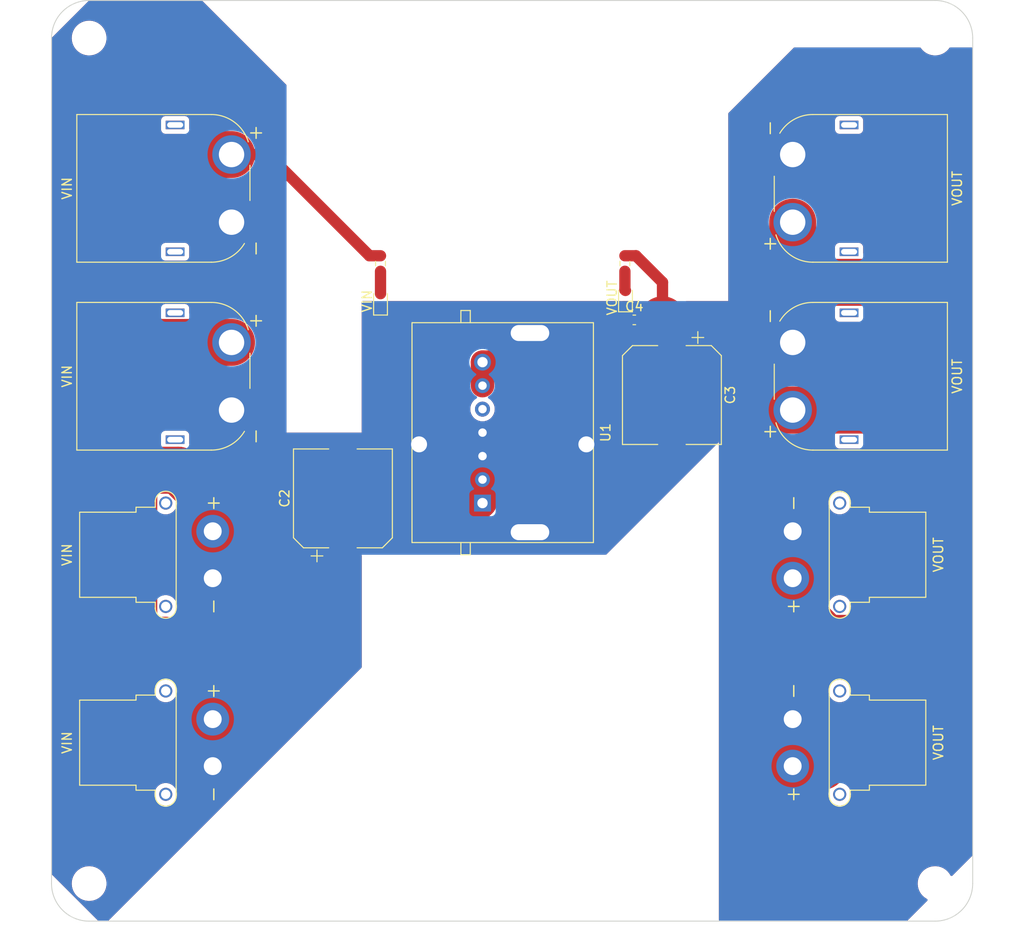
<source format=kicad_pcb>
(kicad_pcb (version 20221018) (generator pcbnew)
  (layers (0 "F.Cu" signal) (31 "B.Cu" signal) (34 "B.Paste" user) (35 "F.Paste" user) (36 "B.SilkS" user "B.Silkscreen") (37 "F.SilkS" user "F.Silkscreen") (38 "B.Mask" user) (39 "F.Mask" user) (44 "Edge.Cuts" user))
  (net 0 "")
  (net 1 "VCC")
  (net 2 "GNDPWR")
  (net 4 "+5V")
  (net 5 "Net-(LED3-A)")
  (net 6 "Net-(LED4-A)")
  (footprint "MountingHole:MountingHole_3.2mm_M3" (layer "F.Cu") (at 82 62)
    (fp_text reference "REF**" hide)
    (fp_text value "MountingHole_3.2mm_M3")
    (pad "" np_thru_hole circle (at 0 0) (size 3.2 3.2) (drill 3.2) (layers "F&B.Cu" "*.Mask"))
  )
  (footprint "LED_SMD:LED_0603_1608Metric" (layer "F.Cu") (at 139.0602 89.655518 90)
    (fp_text reference "VOUT" (at 0 -1.43 90) (layer "F.SilkS"))
    (fp_text value "vcc")
    (fp_line (start -1.485 -0.735) (end -1.485 0.735) (stroke (width 0.12)) (layer "F.SilkS"))
    (fp_line (start -1.485 0.735) (end 0.8 0.735) (stroke (width 0.12)) (layer "F.SilkS"))
    (fp_line (start 0.8 -0.735) (end -1.485 -0.735) (stroke (width 0.12)) (layer "F.SilkS"))
    (pad "1" smd roundrect (at -0.7875 0 90) (size 0.875 0.95) (layers "F.Cu" "F.Paste" "F.Mask") (net 2 "GNDPWR"))
    (pad "2" smd roundrect (at 0.7875 0 90) (size 0.875 0.95) (layers "F.Cu" "F.Paste" "F.Mask") (net 6 "Net-(LED4-A)"))
  )
  (footprint "Connector_AMASS:AMASS_XT30PW-F_1x02_P2.50mm_Horizontal" (layer "F.Cu") (at 95.15 119.5 90)
    (fp_text reference "VIN" (at 2.5 -15.5 90) (layer "F.SilkS"))
    (fp_text value "power")
    (fp_text user "-" (at -3 0 90) (layer "F.SilkS") (effects (font (size 1.5 1.5))))
    (fp_text user "+" (at 8 0 90) (layer "F.SilkS") (effects (font (size 1.5 1.5))))
    (fp_line (start -3.26 -6.11) (end -2.56 -6.11) (stroke (width 0.12)) (layer "F.SilkS"))
    (fp_line (start -3.26 -3.89) (end 8.26 -3.89) (stroke (width 0.12)) (layer "F.SilkS"))
    (fp_line (start -2.56 -8.16) (end -2.56 -6.11) (stroke (width 0.12)) (layer "F.SilkS"))
    (fp_line (start -2.56 -8.16) (end -2.03 -8.16) (stroke (width 0.12)) (layer "F.SilkS"))
    (fp_line (start -2.03 -14.16) (end -2.03 -8.16) (stroke (width 0.12)) (layer "F.SilkS"))
    (fp_line (start -2.03 -14.16) (end 7 -14.16) (stroke (width 0.12)) (layer "F.SilkS"))
    (fp_line (start 7.03 -14.16) (end 7.03 -8.16) (stroke (width 0.12)) (layer "F.SilkS"))
    (fp_line (start 7.03 -8.16) (end 7.56 -8.16) (stroke (width 0.12)) (layer "F.SilkS"))
    (fp_line (start 7.56 -8.16) (end 7.56 -6.11) (stroke (width 0.12)) (layer "F.SilkS"))
    (fp_line (start 7.56 -6.11) (end 8.26 -6.11) (stroke (width 0.12)) (layer "F.SilkS"))
    (fp_arc (start -3.321729 -3.903365) (mid -4.256653 -5.086124) (end -3.15 -6.11) (stroke (width 0.12)) (layer "F.SilkS"))
    (fp_arc (start 8.15 -6.11) (mid 9.26 -5) (end 8.15 -3.89) (stroke (width 0.12)) (layer "F.SilkS"))
    (pad "" thru_hole circle (at -3 -5 180) (size 1.4 1.4) (drill 1) (layers "*.Cu" "*.Mask"))
    (pad "" thru_hole circle (at 8 -5 90) (size 1.4 1.4) (drill 1) (layers "*.Cu" "*.Mask"))
    (pad "1" thru_hole rect (at 0 0 90) (size 3.5 3.5) (drill 1.9) (layers "*.Cu" "*.Mask") (net 2 "GNDPWR"))
    (pad "2" thru_hole circle (at 5 0 90) (size 3.5 3.5) (drill 1.9) (layers "*.Cu" "*.Mask") (net 1 "VCC"))
  )
  (footprint "Resistor_SMD:R_0603_1608Metric" (layer "F.Cu") (at 139 86 90)
    (fp_text reference "R4" hide)
    (fp_text value "4.7k")
    (fp_line (start -0.237258 -0.5225) (end 0.237258 -0.5225) (stroke (width 0.12)) (layer "F.SilkS"))
    (fp_line (start -0.237258 0.5225) (end 0.237258 0.5225) (stroke (width 0.12)) (layer "F.SilkS"))
    (pad "1" smd roundrect (at -0.825 0 90) (size 0.8 0.95) (layers "F.Cu" "F.Paste" "F.Mask") (net 6 "Net-(LED4-A)"))
    (pad "2" smd roundrect (at 0.825 0 90) (size 0.8 0.95) (layers "F.Cu" "F.Paste" "F.Mask") (net 4 "+5V"))
  )
  (footprint "Connector_AMASS:AMASS_XT30PW-F_1x02_P2.50mm_Horizontal" (layer "F.Cu") (at 156.85 134.5 -90)
    (fp_text reference "VOUT" (at 2.5 -15.5 90) (layer "F.SilkS"))
    (fp_text value "power")
    (fp_text user "-" (at -3 0 90) (layer "F.SilkS") (effects (font (size 1.5 1.5))))
    (fp_text user "+" (at 8 0 90) (layer "F.SilkS") (effects (font (size 1.5 1.5))))
    (fp_line (start -3.26 -6.11) (end -2.56 -6.11) (stroke (width 0.12)) (layer "F.SilkS"))
    (fp_line (start -3.26 -3.89) (end 8.26 -3.89) (stroke (width 0.12)) (layer "F.SilkS"))
    (fp_line (start -2.56 -8.16) (end -2.56 -6.11) (stroke (width 0.12)) (layer "F.SilkS"))
    (fp_line (start -2.56 -8.16) (end -2.03 -8.16) (stroke (width 0.12)) (layer "F.SilkS"))
    (fp_line (start -2.03 -14.16) (end -2.03 -8.16) (stroke (width 0.12)) (layer "F.SilkS"))
    (fp_line (start -2.03 -14.16) (end 7 -14.16) (stroke (width 0.12)) (layer "F.SilkS"))
    (fp_line (start 7.03 -14.16) (end 7.03 -8.16) (stroke (width 0.12)) (layer "F.SilkS"))
    (fp_line (start 7.03 -8.16) (end 7.56 -8.16) (stroke (width 0.12)) (layer "F.SilkS"))
    (fp_line (start 7.56 -8.16) (end 7.56 -6.11) (stroke (width 0.12)) (layer "F.SilkS"))
    (fp_line (start 7.56 -6.11) (end 8.26 -6.11) (stroke (width 0.12)) (layer "F.SilkS"))
    (fp_arc (start -3.321729 -3.903365) (mid -4.256653 -5.086124) (end -3.15 -6.11) (stroke (width 0.12)) (layer "F.SilkS"))
    (fp_arc (start 8.15 -6.11) (mid 9.26 -5) (end 8.15 -3.89) (stroke (width 0.12)) (layer "F.SilkS"))
    (pad "" thru_hole circle (at -3 -5) (size 1.4 1.4) (drill 1) (layers "*.Cu" "*.Mask"))
    (pad "" thru_hole circle (at 8 -5 270) (size 1.4 1.4) (drill 1) (layers "*.Cu" "*.Mask"))
    (pad "1" thru_hole rect (at 0 0 270) (size 3.5 3.5) (drill 1.9) (layers "*.Cu" "*.Mask") (net 2 "GNDPWR"))
    (pad "2" thru_hole circle (at 5 0 270) (size 3.5 3.5) (drill 1.9) (layers "*.Cu" "*.Mask") (net 4 "+5V"))
  )
  (footprint "Connector_AMASS:AMASS_XT60PW-M_1x02_P7.20mm_Horizontal" (layer "F.Cu") (at 156.85 94.4 -90)
    (fp_text reference "VOUT" (at 3.6 -17.5 90) (layer "F.SilkS"))
    (fp_text value "power")
    (fp_text user "+" (at 9.5 2.5 90) (layer "F.SilkS") (effects (font (size 1.5 1.5))))
    (fp_text user "-" (at -2.8 2.5 90) (layer "F.SilkS") (effects (font (size 1.5 1.5))))
    (fp_line (start -4.26 -16.46) (end -4.26 -2.15) (stroke (width 0.12)) (layer "F.SilkS"))
    (fp_line (start -4.26 -16.46) (end 11.46 -16.46) (stroke (width 0.12)) (layer "F.SilkS"))
    (fp_line (start 2.31 1.96) (end 6.05 1.96) (stroke (width 0.12)) (layer "F.SilkS"))
    (fp_line (start 11.46 -16.46) (end 11.46 -2.15) (stroke (width 0.12)) (layer "F.SilkS"))
    (fp_arc (start -2.266806 1.372958) (mid -3.727162 -0.126139) (end -4.26 -2.15) (stroke (width 0.12)) (layer "F.SilkS"))
    (fp_arc (start 11.46 -2.15) (mid 10.653852 0.294722) (end 8.551648 1.780413) (stroke (width 0.12)) (layer "F.SilkS"))
    (pad "" thru_hole rect (at -3.15 -6 270) (size 0.9 2) (drill oval 0.6 1.7) (layers "*.Cu" "*.Mask"))
    (pad "" thru_hole rect (at 10.35 -6 270) (size 0.9 2) (drill oval 0.6 1.7) (layers "*.Cu" "*.Mask"))
    (pad "1" thru_hole roundrect (at 0 0 270) (size 4.1 4.1) (drill 2.7) (layers "*.Cu" "*.Mask") (net 2 "GNDPWR"))
    (pad "2" thru_hole circle (at 7.2 0 270) (size 4.1 4.1) (drill 2.7) (layers "*.Cu" "*.Mask") (net 4 "+5V"))
  )
  (footprint "Connector_AMASS:AMASS_XT60PW-M_1x02_P7.20mm_Horizontal" (layer "F.Cu") (at 97.15 101.6 90)
    (fp_text reference "VIN" (at 3.6 -17.5 90) (layer "F.SilkS"))
    (fp_text value "power")
    (fp_text user "+" (at 9.5 2.5 90) (layer "F.SilkS") (effects (font (size 1.5 1.5))))
    (fp_text user "-" (at -2.8 2.5 90) (layer "F.SilkS") (effects (font (size 1.5 1.5))))
    (fp_line (start -4.26 -16.46) (end -4.26 -2.15) (stroke (width 0.12)) (layer "F.SilkS"))
    (fp_line (start -4.26 -16.46) (end 11.46 -16.46) (stroke (width 0.12)) (layer "F.SilkS"))
    (fp_line (start 2.31 1.96) (end 6.05 1.96) (stroke (width 0.12)) (layer "F.SilkS"))
    (fp_line (start 11.46 -16.46) (end 11.46 -2.15) (stroke (width 0.12)) (layer "F.SilkS"))
    (fp_arc (start -2.266806 1.372958) (mid -3.727162 -0.126139) (end -4.26 -2.15) (stroke (width 0.12)) (layer "F.SilkS"))
    (fp_arc (start 11.46 -2.15) (mid 10.653852 0.294722) (end 8.551648 1.780413) (stroke (width 0.12)) (layer "F.SilkS"))
    (pad "" thru_hole rect (at -3.15 -6 90) (size 0.9 2) (drill oval 0.6 1.7) (layers "*.Cu" "*.Mask"))
    (pad "" thru_hole rect (at 10.35 -6 90) (size 0.9 2) (drill oval 0.6 1.7) (layers "*.Cu" "*.Mask"))
    (pad "1" thru_hole roundrect (at 0 0 90) (size 4.1 4.1) (drill 2.7) (layers "*.Cu" "*.Mask") (net 2 "GNDPWR"))
    (pad "2" thru_hole circle (at 7.2 0 90) (size 4.1 4.1) (drill 2.7) (layers "*.Cu" "*.Mask") (net 1 "VCC"))
  )
  (footprint "Resistor_SMD:R_0603_1608Metric" (layer "F.Cu") (at 113 86 90)
    (fp_text reference "R3" hide)
    (fp_text value "4.7k")
    (fp_line (start -0.237258 -0.5225) (end 0.237258 -0.5225) (stroke (width 0.12)) (layer "F.SilkS"))
    (fp_line (start -0.237258 0.5225) (end 0.237258 0.5225) (stroke (width 0.12)) (layer "F.SilkS"))
    (pad "1" smd roundrect (at -0.825 0 90) (size 0.8 0.95) (layers "F.Cu" "F.Paste" "F.Mask") (net 5 "Net-(LED3-A)"))
    (pad "2" smd roundrect (at 0.825 0 90) (size 0.8 0.95) (layers "F.Cu" "F.Paste" "F.Mask") (net 1 "VCC"))
  )
  (footprint "LED_SMD:LED_0603_1608Metric" (layer "F.Cu") (at 113 90 90)
    (fp_text reference "VIN" (at 0 -1.43 90) (layer "F.SilkS"))
    (fp_text value "vcc")
    (fp_line (start -1.485 -0.735) (end -1.485 0.735) (stroke (width 0.12)) (layer "F.SilkS"))
    (fp_line (start -1.485 0.735) (end 0.8 0.735) (stroke (width 0.12)) (layer "F.SilkS"))
    (fp_line (start 0.8 -0.735) (end -1.485 -0.735) (stroke (width 0.12)) (layer "F.SilkS"))
    (pad "1" smd roundrect (at -0.7875 0 90) (size 0.875 0.95) (layers "F.Cu" "F.Paste" "F.Mask") (net 2 "GNDPWR"))
    (pad "2" smd roundrect (at 0.7875 0 90) (size 0.875 0.95) (layers "F.Cu" "F.Paste" "F.Mask") (net 5 "Net-(LED3-A)"))
  )
  (footprint "Capacitor_SMD:CP_Elec_10x10" (layer "F.Cu") (at 109 111 90)
    (fp_text reference "C2" (at 0 -6.2 90) (layer "F.SilkS"))
    (fp_text value "330μf")
    (fp_line (start -6.75 -2.76) (end -5.5 -2.76) (stroke (width 0.12)) (layer "F.SilkS"))
    (fp_line (start -6.125 -3.385) (end -6.125 -2.135) (stroke (width 0.12)) (layer "F.SilkS"))
    (fp_line (start -5.26 -4.195563) (end -5.26 -1.51) (stroke (width 0.12)) (layer "F.SilkS"))
    (fp_line (start -5.26 -4.195563) (end -4.195563 -5.26) (stroke (width 0.12)) (layer "F.SilkS"))
    (fp_line (start -5.26 4.195563) (end -5.26 1.51) (stroke (width 0.12)) (layer "F.SilkS"))
    (fp_line (start -5.26 4.195563) (end -4.195563 5.26) (stroke (width 0.12)) (layer "F.SilkS"))
    (fp_line (start -4.195563 -5.26) (end 5.26 -5.26) (stroke (width 0.12)) (layer "F.SilkS"))
    (fp_line (start -4.195563 5.26) (end 5.26 5.26) (stroke (width 0.12)) (layer "F.SilkS"))
    (fp_line (start 5.26 -5.26) (end 5.26 -1.51) (stroke (width 0.12)) (layer "F.SilkS"))
    (fp_line (start 5.26 5.26) (end 5.26 1.51) (stroke (width 0.12)) (layer "F.SilkS"))
    (pad "1" smd roundrect (at -4 0 90) (size 4 2.5) (layers "F.Cu" "F.Paste" "F.Mask") (roundrect_rratio 0.1) (net 1 "VCC"))
    (pad "2" smd roundrect (at 4 0 90) (size 4 2.5) (layers "F.Cu" "F.Paste" "F.Mask") (roundrect_rratio 0.1) (net 2 "GNDPWR"))
  )
  (footprint "MountingHole:MountingHole_3.2mm_M3" (layer "F.Cu") (at 82 152)
    (fp_text reference "REF**" hide)
    (fp_text value "MountingHole_3.2mm_M3")
    (pad "" np_thru_hole circle (at 0 0) (size 3.2 3.2) (drill 3.2) (layers "F&B.Cu" "*.Mask"))
  )
  (footprint "Connector_AMASS:AMASS_XT30PW-F_1x02_P2.50mm_Horizontal" (layer "F.Cu") (at 95.15 139.5 90)
    (fp_text reference "VIN" (at 2.5 -15.5 90) (layer "F.SilkS"))
    (fp_text value "power")
    (fp_text user "+" (at 8 0 90) (layer "F.SilkS") (effects (font (size 1.5 1.5))))
    (fp_text user "-" (at -3 0 90) (layer "F.SilkS") (effects (font (size 1.5 1.5))))
    (fp_line (start -3.26 -6.11) (end -2.56 -6.11) (stroke (width 0.12)) (layer "F.SilkS"))
    (fp_line (start -3.26 -3.89) (end 8.26 -3.89) (stroke (width 0.12)) (layer "F.SilkS"))
    (fp_line (start -2.56 -8.16) (end -2.56 -6.11) (stroke (width 0.12)) (layer "F.SilkS"))
    (fp_line (start -2.56 -8.16) (end -2.03 -8.16) (stroke (width 0.12)) (layer "F.SilkS"))
    (fp_line (start -2.03 -14.16) (end -2.03 -8.16) (stroke (width 0.12)) (layer "F.SilkS"))
    (fp_line (start -2.03 -14.16) (end 7 -14.16) (stroke (width 0.12)) (layer "F.SilkS"))
    (fp_line (start 7.03 -14.16) (end 7.03 -8.16) (stroke (width 0.12)) (layer "F.SilkS"))
    (fp_line (start 7.03 -8.16) (end 7.56 -8.16) (stroke (width 0.12)) (layer "F.SilkS"))
    (fp_line (start 7.56 -8.16) (end 7.56 -6.11) (stroke (width 0.12)) (layer "F.SilkS"))
    (fp_line (start 7.56 -6.11) (end 8.26 -6.11) (stroke (width 0.12)) (layer "F.SilkS"))
    (fp_arc (start -3.321729 -3.903365) (mid -4.256653 -5.086124) (end -3.15 -6.11) (stroke (width 0.12)) (layer "F.SilkS"))
    (fp_arc (start 8.15 -6.11) (mid 9.26 -5) (end 8.15 -3.89) (stroke (width 0.12)) (layer "F.SilkS"))
    (pad "" thru_hole circle (at -3 -5 180) (size 1.4 1.4) (drill 1) (layers "*.Cu" "*.Mask"))
    (pad "" thru_hole circle (at 8 -5 90) (size 1.4 1.4) (drill 1) (layers "*.Cu" "*.Mask"))
    (pad "1" thru_hole rect (at 0 0 90) (size 3.5 3.5) (drill 1.9) (layers "*.Cu" "*.Mask") (net 2 "GNDPWR"))
    (pad "2" thru_hole circle (at 5 0 90) (size 3.5 3.5) (drill 1.9) (layers "*.Cu" "*.Mask") (net 1 "VCC"))
  )
  (footprint "Capacitor_SMD:C_0603_1608Metric" (layer "F.Cu") (at 140 92)
    (fp_text reference "C4" (at 0 -1.43) (layer "F.SilkS"))
    (fp_text value "0.1uF")
    (fp_line (start -0.14058 -0.51) (end 0.14058 -0.51) (stroke (width 0.12)) (layer "F.SilkS"))
    (fp_line (start -0.14058 0.51) (end 0.14058 0.51) (stroke (width 0.12)) (layer "F.SilkS"))
    (pad "1" smd roundrect (at -0.775 0) (size 0.9 0.95) (layers "F.Cu" "F.Paste" "F.Mask") (net 2 "GNDPWR"))
    (pad "2" smd roundrect (at 0.775 0) (size 0.9 0.95) (layers "F.Cu" "F.Paste" "F.Mask") (net 4 "+5V"))
  )
  (footprint "MountingHole:MountingHole_3.2mm_M3" (layer "F.Cu") (at 172 152)
    (fp_text reference "REF**" hide)
    (fp_text value "MountingHole_3.2mm_M3")
    (pad "" np_thru_hole circle (at 0 0) (size 3.2 3.2) (drill 3.2) (layers "F&B.Cu" "*.Mask"))
  )
  (footprint "MountingHole:MountingHole_3.2mm_M3" (layer "F.Cu") (at 172 62)
    (fp_text reference "REF**" hide)
    (fp_text value "MountingHole_3.2mm_M3")
    (pad "" np_thru_hole circle (at 0 0) (size 3.2 3.2) (drill 3.2) (layers "F&B.Cu" "*.Mask"))
  )
  (footprint "Connector_AMASS:AMASS_XT30PW-F_1x02_P2.50mm_Horizontal" (layer "F.Cu") (at 156.85 114.5 -90)
    (fp_text reference "VOUT" (at 2.5 -15.5 90) (layer "F.SilkS"))
    (fp_text value "power")
    (fp_text user "-" (at -3 0 90) (layer "F.SilkS") (effects (font (size 1.5 1.5))))
    (fp_text user "+" (at 8 0 90) (layer "F.SilkS") (effects (font (size 1.5 1.5))))
    (fp_line (start -3.26 -6.11) (end -2.56 -6.11) (stroke (width 0.12)) (layer "F.SilkS"))
    (fp_line (start -3.26 -3.89) (end 8.26 -3.89) (stroke (width 0.12)) (layer "F.SilkS"))
    (fp_line (start -2.56 -8.16) (end -2.56 -6.11) (stroke (width 0.12)) (layer "F.SilkS"))
    (fp_line (start -2.56 -8.16) (end -2.03 -8.16) (stroke (width 0.12)) (layer "F.SilkS"))
    (fp_line (start -2.03 -14.16) (end -2.03 -8.16) (stroke (width 0.12)) (layer "F.SilkS"))
    (fp_line (start -2.03 -14.16) (end 7 -14.16) (stroke (width 0.12)) (layer "F.SilkS"))
    (fp_line (start 7.03 -14.16) (end 7.03 -8.16) (stroke (width 0.12)) (layer "F.SilkS"))
    (fp_line (start 7.03 -8.16) (end 7.56 -8.16) (stroke (width 0.12)) (layer "F.SilkS"))
    (fp_line (start 7.56 -8.16) (end 7.56 -6.11) (stroke (width 0.12)) (layer "F.SilkS"))
    (fp_line (start 7.56 -6.11) (end 8.26 -6.11) (stroke (width 0.12)) (layer "F.SilkS"))
    (fp_arc (start -3.321729 -3.903365) (mid -4.256653 -5.086124) (end -3.15 -6.11) (stroke (width 0.12)) (layer "F.SilkS"))
    (fp_arc (start 8.15 -6.11) (mid 9.26 -5) (end 8.15 -3.89) (stroke (width 0.12)) (layer "F.SilkS"))
    (pad "" thru_hole circle (at -3 -5) (size 1.4 1.4) (drill 1) (layers "*.Cu" "*.Mask"))
    (pad "" thru_hole circle (at 8 -5 270) (size 1.4 1.4) (drill 1) (layers "*.Cu" "*.Mask"))
    (pad "1" thru_hole rect (at 0 0 270) (size 3.5 3.5) (drill 1.9) (layers "*.Cu" "*.Mask") (net 2 "GNDPWR"))
    (pad "2" thru_hole circle (at 5 0 270) (size 3.5 3.5) (drill 1.9) (layers "*.Cu" "*.Mask") (net 4 "+5V"))
  )
  (footprint "Connector_AMASS:AMASS_XT60PW-M_1x02_P7.20mm_Horizontal" (layer "F.Cu") (at 156.85 74.4 -90)
    (fp_text reference "VOUT" (at 3.6 -17.5 90) (layer "F.SilkS"))
    (fp_text value "power")
    (fp_text user "-" (at -2.8 2.5 90) (layer "F.SilkS") (effects (font (size 1.5 1.5))))
    (fp_text user "+" (at 9.5 2.5 90) (layer "F.SilkS") (effects (font (size 1.5 1.5))))
    (fp_line (start -4.26 -16.46) (end -4.26 -2.15) (stroke (width 0.12)) (layer "F.SilkS"))
    (fp_line (start -4.26 -16.46) (end 11.46 -16.46) (stroke (width 0.12)) (layer "F.SilkS"))
    (fp_line (start 2.31 1.96) (end 6.05 1.96) (stroke (width 0.12)) (layer "F.SilkS"))
    (fp_line (start 11.46 -16.46) (end 11.46 -2.15) (stroke (width 0.12)) (layer "F.SilkS"))
    (fp_arc (start -2.266806 1.372958) (mid -3.727162 -0.126139) (end -4.26 -2.15) (stroke (width 0.12)) (layer "F.SilkS"))
    (fp_arc (start 11.46 -2.15) (mid 10.653852 0.294722) (end 8.551648 1.780413) (stroke (width 0.12)) (layer "F.SilkS"))
    (pad "" thru_hole rect (at -3.15 -6 270) (size 0.9 2) (drill oval 0.6 1.7) (layers "*.Cu" "*.Mask"))
    (pad "" thru_hole rect (at 10.35 -6 270) (size 0.9 2) (drill oval 0.6 1.7) (layers "*.Cu" "*.Mask"))
    (pad "1" thru_hole roundrect (at 0 0 270) (size 4.1 4.1) (drill 2.7) (layers "*.Cu" "*.Mask") (net 2 "GNDPWR"))
    (pad "2" thru_hole circle (at 7.2 0 270) (size 4.1 4.1) (drill 2.7) (layers "*.Cu" "*.Mask") (net 4 "+5V"))
  )
  (footprint "Capacitor_SMD:CP_Elec_10x10" (layer "F.Cu") (at 144 100 -90)
    (fp_text reference "C3" (at 0 -6.2 90) (layer "F.SilkS"))
    (fp_text value "330μf")
    (fp_line (start -6.75 -2.76) (end -5.5 -2.76) (stroke (width 0.12)) (layer "F.SilkS"))
    (fp_line (start -6.125 -3.385) (end -6.125 -2.135) (stroke (width 0.12)) (layer "F.SilkS"))
    (fp_line (start -5.26 -4.195563) (end -5.26 -1.51) (stroke (width 0.12)) (layer "F.SilkS"))
    (fp_line (start -5.26 -4.195563) (end -4.195563 -5.26) (stroke (width 0.12)) (layer "F.SilkS"))
    (fp_line (start -5.26 4.195563) (end -5.26 1.51) (stroke (width 0.12)) (layer "F.SilkS"))
    (fp_line (start -5.26 4.195563) (end -4.195563 5.26) (stroke (width 0.12)) (layer "F.SilkS"))
    (fp_line (start -4.195563 -5.26) (end 5.26 -5.26) (stroke (width 0.12)) (layer "F.SilkS"))
    (fp_line (start -4.195563 5.26) (end 5.26 5.26) (stroke (width 0.12)) (layer "F.SilkS"))
    (fp_line (start 5.26 -5.26) (end 5.26 -1.51) (stroke (width 0.12)) (layer "F.SilkS"))
    (fp_line (start 5.26 5.26) (end 5.26 1.51) (stroke (width 0.12)) (layer "F.SilkS"))
    (pad "1" smd roundrect (at -4 0 270) (size 4 2.5) (layers "F.Cu" "F.Paste" "F.Mask") (roundrect_rratio 0.1) (net 4 "+5V"))
    (pad "2" smd roundrect (at 4 0 270) (size 4 2.5) (layers "F.Cu" "F.Paste" "F.Mask") (roundrect_rratio 0.1) (net 2 "GNDPWR"))
  )
  (footprint "Connector_AMASS:AMASS_XT60PW-M_1x02_P7.20mm_Horizontal" (layer "F.Cu") (at 97.15 81.6 90)
    (fp_text reference "VIN" (at 3.6 -17.5 90) (layer "F.SilkS"))
    (fp_text value "power")
    (fp_text user "+" (at 9.5 2.5 90) (layer "F.SilkS") (effects (font (size 1.5 1.5))))
    (fp_text user "-" (at -2.8 2.5 90) (layer "F.SilkS") (effects (font (size 1.5 1.5))))
    (fp_line (start -4.26 -16.46) (end -4.26 -2.15) (stroke (width 0.12)) (layer "F.SilkS"))
    (fp_line (start -4.26 -16.46) (end 11.46 -16.46) (stroke (width 0.12)) (layer "F.SilkS"))
    (fp_line (start 2.31 1.96) (end 6.05 1.96) (stroke (width 0.12)) (layer "F.SilkS"))
    (fp_line (start 11.46 -16.46) (end 11.46 -2.15) (stroke (width 0.12)) (layer "F.SilkS"))
    (fp_arc (start -2.266806 1.372958) (mid -3.727162 -0.126139) (end -4.26 -2.15) (stroke (width 0.12)) (layer "F.SilkS"))
    (fp_arc (start 11.46 -2.15) (mid 10.653852 0.294722) (end 8.551648 1.780413) (stroke (width 0.12)) (layer "F.SilkS"))
    (pad "" thru_hole rect (at -3.15 -6 90) (size 0.9 2) (drill oval 0.6 1.7) (layers "*.Cu" "*.Mask"))
    (pad "" thru_hole rect (at 10.35 -6 90) (size 0.9 2) (drill oval 0.6 1.7) (layers "*.Cu" "*.Mask"))
    (pad "1" thru_hole roundrect (at 0 0 90) (size 4.1 4.1) (drill 2.7) (layers "*.Cu" "*.Mask") (net 2 "GNDPWR"))
    (pad "2" thru_hole circle (at 7.2 0 90) (size 4.1 4.1) (drill 2.7) (layers "*.Cu" "*.Mask") (net 1 "VCC"))
  )
  (footprint "thistunalib_Converter_DCDC:Converter_DCDC_muRata_MPD7K020S_THT" (layer "F.Cu") (at 123.85 104 90)
    (fp_text reference "U1" (at 0 13.1 90) (layer "F.SilkS"))
    (fp_text value "MPD7K020S")
    (fp_line (start -13 -2.3) (end -13 -1.3) (stroke (width 0.12)) (layer "F.SilkS"))
    (fp_line (start -13 -1.3) (end -11.7 -1.3) (stroke (width 0.12)) (layer "F.SilkS"))
    (fp_line (start -11.7 -7.5) (end -11.7 11.8) (stroke (width 0.12)) (layer "F.SilkS"))
    (fp_line (start -11.7 -7.5) (end 11.7 -7.5) (stroke (width 0.12)) (layer "F.SilkS"))
    (fp_line (start -11.7 -2.3) (end -13 -2.3) (stroke (width 0.12)) (layer "F.SilkS"))
    (fp_line (start -11.7 11.8) (end 11.7 11.8) (stroke (width 0.12)) (layer "F.SilkS"))
    (fp_line (start 11.7 -7.5) (end 11.7 11.8) (stroke (width 0.12)) (layer "F.SilkS"))
    (fp_line (start 11.7 -2.3) (end 13 -2.3) (stroke (width 0.12)) (layer "F.SilkS"))
    (fp_line (start 11.7 -1.3) (end 13 -1.3) (stroke (width 0.12)) (layer "F.SilkS"))
    (fp_line (start 13 -2.3) (end 13 -1.3) (stroke (width 0.12)) (layer "F.SilkS"))
    (pad "1" thru_hole rect (at -7.5 0 90) (size 1.8 1.8) (drill 1.1) (layers "*.Cu" "*.Mask") (net 1 "VCC"))
    (pad "2" thru_hole circle (at -5 0 90) (size 1.6 1.6) (drill 0.9) (layers "*.Cu" "*.Mask") (net 1 "VCC"))
    (pad "3" thru_hole circle (at -2.5 0 90) (size 1.6 1.6) (drill 0.9) (layers "*.Cu" "*.Mask") (net 2 "GNDPWR"))
    (pad "4" thru_hole circle (at 0 0 90) (size 1.6 1.6) (drill 0.9) (layers "*.Cu" "*.Mask") (net 2 "GNDPWR"))
    (pad "5" thru_hole circle (at 2.5 0 90) (size 1.6 1.6) (drill 0.9) (layers "*.Cu" "*.Mask"))
    (pad "6" thru_hole circle (at 5 0 90) (size 1.6 1.6) (drill 0.9) (layers "*.Cu" "*.Mask") (net 4 "+5V"))
    (pad "7" thru_hole circle (at 7.5 0 90) (size 1.8 1.8) (drill 1.1) (layers "*.Cu" "*.Mask") (net 4 "+5V"))
    (pad "8" thru_hole rect (at -10.6 5.05 90) (size 2 8) (drill oval 1.7 4.1) (layers "*.Cu" "*.Mask") (net 2 "GNDPWR"))
    (pad "8" thru_hole rect (at -1.25 -6.75 90) (size 7 2) (drill 1.7) (layers "*.Cu" "*.Mask") (net 2 "GNDPWR"))
    (pad "8" thru_hole rect (at -1.25 11.05 90) (size 7 2) (drill 1.7) (layers "*.Cu" "*.Mask") (net 2 "GNDPWR"))
    (pad "8" thru_hole rect (at 10.6 5.05 90) (size 2 8) (drill oval 1.7 4.1) (layers "*.Cu" "*.Mask") (net 2 "GNDPWR"))
  )
  (gr_line (start 82 156) (end 172 156) (stroke (width 0.1)) (layer "Edge.Cuts"))
  (gr_line (start 176 152) (end 176 62) (stroke (width 0.1)) (layer "Edge.Cuts"))
  (gr_arc (start 176 152) (mid 174.828427 154.828427) (end 172 156) (stroke (width 0.1)) (layer "Edge.Cuts"))
  (gr_arc (start 172 58) (mid 174.828427 59.171573) (end 176 62) (stroke (width 0.1)) (layer "Edge.Cuts"))
  (gr_arc (start 82 156) (mid 79.171573 154.828427) (end 78 152) (stroke (width 0.1)) (layer "Edge.Cuts"))
  (gr_arc (start 78 62) (mid 79.171573 59.171573) (end 82 58) (stroke (width 0.1)) (layer "Edge.Cuts"))
  (gr_line (start 78 62) (end 78 152) (stroke (width 0.1)) (layer "Edge.Cuts"))
  (gr_line (start 172 58) (end 82 58) (stroke (width 0.1)) (layer "Edge.Cuts"))
  (segment (start 113 85.175) (end 111.825 85.175) (width 1.2) (layer "F.Cu") (net 1))
  (segment (start 123.85 109) (end 123.85 111.5) (width 3) (layer "F.Cu") (net 1))
  (segment (start 95.15 111.691673) (end 91.458327 108) (width 5) (layer "F.Cu") (net 1))
  (segment (start 101.05 74.4) (end 97.15 74.4) (width 1.2) (layer "F.Cu") (net 1))
  (segment (start 86.75 94) (end 86.75 108) (width 5) (layer "F.Cu") (net 1))
  (segment (start 91.458327 108) (end 86.75 108) (width 5) (layer "F.Cu") (net 1))
  (segment (start 97.15 94.4) (end 87.15 94.4) (width 5) (layer "F.Cu") (net 1))
  (segment (start 120.35 115) (end 123.85 111.5) (width 3) (layer "F.Cu") (net 1))
  (segment (start 86.75 81.900863) (end 86.75 94) (width 5) (layer "F.Cu") (net 1))
  (segment (start 109 115) (end 95.65 115) (width 3) (layer "F.Cu") (net 1))
  (segment (start 97.15 74.4) (end 94.250863 74.4) (width 5) (layer "F.Cu") (net 1))
  (segment (start 86.75 126.108327) (end 90.108327 126.108327) (width 5) (layer "F.Cu") (net 1))
  (segment (start 95.15 131.15) (end 95.15 134.5) (width 5) (layer "F.Cu") (net 1))
  (segment (start 95.65 115) (end 95.15 114.5) (width 3) (layer "F.Cu") (net 1))
  (segment (start 95.15 114.5) (end 95.15 111.691673) (width 5) (layer "F.Cu") (net 1))
  (segment (start 94.250863 74.4) (end 86.75 81.900863) (width 5) (layer "F.Cu") (net 1))
  (segment (start 90.108327 126.108327) (end 95.15 131.15) (width 5) (layer "F.Cu") (net 1))
  (segment (start 86.75 108) (end 86.75 126.108327) (width 5) (layer "F.Cu") (net 1))
  (segment (start 111.825 85.175) (end 101.05 74.4) (width 1.2) (layer "F.Cu") (net 1))
  (segment (start 87.15 94.4) (end 86.75 94) (width 5) (layer "F.Cu") (net 1))
  (segment (start 109 115) (end 120.35 115) (width 3) (layer "F.Cu") (net 1))
  (segment (start 156.85 85.6) (end 159.25 88) (width 5) (layer "F.Cu") (net 4))
  (segment (start 167 101) (end 167 125) (width 5) (layer "F.Cu") (net 4))
  (segment (start 166.1 125.9) (end 167 125) (width 5) (layer "F.Cu") (net 4))
  (segment (start 143 95) (end 143 92) (width 5) (layer "F.Cu") (net 4))
  (segment (start 152.6 101.6) (end 156.85 101.6) (width 5) (layer "F.Cu") (net 4))
  (segment (start 143 92) (end 152.6 101.6) (width 5) (layer "F.Cu") (net 4))
  (segment (start 143.5 96.5) (end 144 96) (width 2.5) (layer "F.Cu") (net 4))
  (segment (start 140.175 85.175) (end 143 88) (width 1.2) (layer "F.Cu") (net 4))
  (segment (start 156.85 101.6) (end 166.4 101.6) (width 5) (layer "F.Cu") (net 4))
  (segment (start 123.85 96.5) (end 123.85 99) (width 2.5) (layer "F.Cu") (net 4))
  (segment (start 159.25 88) (end 166.45 88) (width 5) (layer "F.Cu") (net 4))
  (segment (start 160.041673 139.5) (end 156.85 139.5) (width 5) (layer "F.Cu") (net 4))
  (segment (start 156.85 81.6) (end 156.85 85.6) (width 5) (layer "F.Cu") (net 4))
  (segment (start 167 125) (end 167 132.541673) (width 5) (layer "F.Cu") (net 4))
  (segment (start 166.45 88) (end 167 88.55) (width 5) (layer "F.Cu") (net 4))
  (segment (start 167 132.541673) (end 160.041673 139.5) (width 5) (layer "F.Cu") (net 4))
  (segment (start 156.85 122.308327) (end 160.441673 125.9) (width 5) (layer "F.Cu") (net 4))
  (segment (start 166.4 101.6) (end 167 101) (width 5) (layer "F.Cu") (net 4))
  (segment (start 143 88) (end 143 92) (width 1.2) (layer "F.Cu") (net 4))
  (segment (start 167 88.55) (end 167 101) (width 5) (layer "F.Cu") (net 4))
  (segment (start 156.85 119.5) (end 156.85 122.308327) (width 5) (layer "F.Cu") (net 4))
  (segment (start 123.85 96.5) (end 143.5 96.5) (width 2.5) (layer "F.Cu") (net 4))
  (segment (start 160.441673 125.9) (end 166.1 125.9) (width 5) (layer "F.Cu") (net 4))
  (segment (start 144 96) (end 143 95) (width 5) (layer "F.Cu") (net 4))
  (segment (start 139 85.175) (end 140.175 85.175) (width 1.2) (layer "F.Cu") (net 4))
  (segment (start 113 86.825) (end 113 89.2125) (width 1.2) (layer "F.Cu") (net 5))
  (segment (start 139 88.807818) (end 139.0602 88.868018) (width 1.2) (layer "F.Cu") (net 6))
  (segment (start 139 86.825) (end 139 88.807818) (width 1.2) (layer "F.Cu") (net 6))
  (zone (net 2) (net_name "GNDPWR") (layers "F&B.Cu") (connect_pads yes (clearance 0.5)) (min_thickness 0.25) (fill yes (thermal_gap 0.5) (thermal_bridge_width 0.5))
    (polygon (pts (xy 78 62) (xy 78 151) (xy 83 156) (xy 84 156) (xy 111 129) (xy 111 117) (xy 137 117) (xy 149 105) (xy 149 156) (xy 169 156) (xy 176 149) (xy 176 63) (xy 157 63) (xy 150 70) (xy 150 90) (xy 111 90) (xy 111 104) (xy 103 104) (xy 103 101) (xy 103 67) (xy 94 58) (xy 82 58)))
  )
)
</source>
